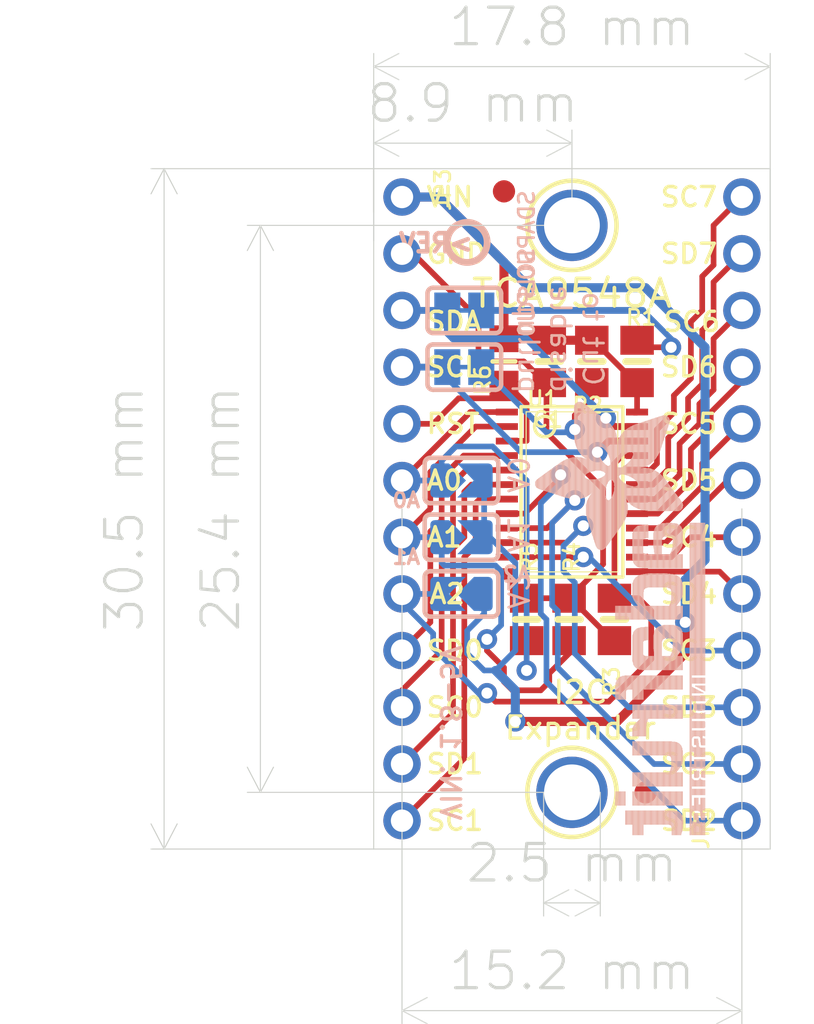
<source format=kicad_pcb>
(kicad_pcb (version 20211014) (generator pcbnew)
  (layers (0 "F.Cu" signal) (31 "B.Cu" signal) (34 "B.Paste" user) (35 "F.Paste" user) (36 "B.SilkS" user "B.Silkscreen") (37 "F.SilkS" user "F.Silkscreen") (38 "B.Mask" user) (39 "F.Mask" user) (44 "Edge.Cuts" user))
  (net 0 "")
  (net 1 "INPUTSDA")
  (net 2 "INPUTSCL")
  (net 3 "VCC")
  (net 4 "N$3")
  (net 5 "N$4")
  (net 6 "RESET")
  (net 7 "A2")
  (net 8 "A1")
  (net 9 "A0")
  (net 10 "GND")
  (net 11 "0SDA")
  (net 12 "0SCL")
  (net 13 "1SDA")
  (net 14 "1SCL")
  (net 15 "2SDA")
  (net 16 "2SCL")
  (net 17 "3SDA")
  (net 18 "3SCL")
  (net 19 "4SDA")
  (net 20 "4SCL")
  (net 21 "5SDA")
  (net 22 "5SCL")
  (net 23 "6SDA")
  (net 24 "6SCL")
  (net 25 "7SDA")
  (net 26 "7SCL")
  (footprint "boardEagle:MOUNTINGHOLE_2.5_PLATED" (layer "F.Cu") (at 148.5011 92.3036)
    (fp_text reference "U$5" hide)
    (fp_text value "MOUNTINGHOLE2.5" hide)
    (pad "P$1" thru_hole circle (at 0 0) (size 3.2 3.2) (drill 2.5) (layers *.Cu *.Mask))
  )
  (footprint "boardEagle:TSSOP24" (layer "F.Cu") (at 148.5011 104.2416 -90)
    (fp_text reference "U1" (at -4.1656 2.0828) (layer "F.SilkS") (effects (font (size 0.692831 0.692831) (thickness 0.119969)) (justify left)))
    (fp_text value " TCA9548APWR")
    (pad "1" smd rect (at -3.575 2.9178 270) (size 0.3048 0.9906) (layers "F.Cu" "F.Paste" "F.Mask") (net 9 "A0"))
    (pad "2" smd rect (at -2.925 2.9178 270) (size 0.3048 0.9906) (layers "F.Cu" "F.Paste" "F.Mask") (net 8 "A1"))
    (pad "3" smd rect (at -2.275 2.9178 270) (size 0.3048 0.9906) (layers "F.Cu" "F.Paste" "F.Mask") (net 6 "RESET"))
    (pad "4" smd rect (at -1.625 2.9178 270) (size 0.3048 0.9906) (layers "F.Cu" "F.Paste" "F.Mask") (net 11 "0SDA"))
    (pad "5" smd rect (at -0.975 2.9178 270) (size 0.3048 0.9906) (layers "F.Cu" "F.Paste" "F.Mask") (net 12 "0SCL"))
    (pad "6" smd rect (at -0.325 2.9178 270) (size 0.3048 0.9906) (layers "F.Cu" "F.Paste" "F.Mask") (net 13 "1SDA"))
    (pad "7" smd rect (at 0.325 2.9178 270) (size 0.3048 0.9906) (layers "F.Cu" "F.Paste" "F.Mask") (net 14 "1SCL"))
    (pad "8" smd rect (at 0.975 2.9178 270) (size 0.3048 0.9906) (layers "F.Cu" "F.Paste" "F.Mask") (net 15 "2SDA"))
    (pad "9" smd rect (at 1.625 2.9178 270) (size 0.3048 0.9906) (layers "F.Cu" "F.Paste" "F.Mask") (net 16 "2SCL"))
    (pad "10" smd rect (at 2.275 2.9178 270) (size 0.3048 0.9906) (layers "F.Cu" "F.Paste" "F.Mask") (net 17 "3SDA"))
    (pad "11" smd rect (at 2.925 2.9178 270) (size 0.3048 0.9906) (layers "F.Cu" "F.Paste" "F.Mask") (net 18 "3SCL"))
    (pad "12" smd rect (at 3.575 2.9178 270) (size 0.3048 0.9906) (layers "F.Cu" "F.Paste" "F.Mask") (net 10 "GND"))
    (pad "13" smd rect (at 3.575 -2.9178 270) (size 0.3048 0.9906) (layers "F.Cu" "F.Paste" "F.Mask") (net 19 "4SDA"))
    (pad "14" smd rect (at 2.925 -2.9178 270) (size 0.3048 0.9906) (layers "F.Cu" "F.Paste" "F.Mask") (net 20 "4SCL"))
    (pad "15" smd rect (at 2.275 -2.9178 270) (size 0.3048 0.9906) (layers "F.Cu" "F.Paste" "F.Mask") (net 21 "5SDA"))
    (pad "16" smd rect (at 1.625 -2.9178 270) (size 0.3048 0.9906) (layers "F.Cu" "F.Paste" "F.Mask") (net 22 "5SCL"))
    (pad "17" smd rect (at 0.975 -2.9178 270) (size 0.3048 0.9906) (layers "F.Cu" "F.Paste" "F.Mask") (net 23 "6SDA"))
    (pad "18" smd rect (at 0.325 -2.9178 270) (size 0.3048 0.9906) (layers "F.Cu" "F.Paste" "F.Mask") (net 24 "6SCL"))
    (pad "19" smd rect (at -0.325 -2.9178 270) (size 0.3048 0.9906) (layers "F.Cu" "F.Paste" "F.Mask") (net 25 "7SDA"))
    (pad "20" smd rect (at -0.975 -2.9178 270) (size 0.3048 0.9906) (layers "F.Cu" "F.Paste" "F.Mask") (net 26 "7SCL"))
    (pad "21" smd rect (at -1.625 -2.9178 270) (size 0.3048 0.9906) (layers "F.Cu" "F.Paste" "F.Mask") (net 7 "A2"))
    (pad "22" smd rect (at -2.275 -2.9178 270) (size 0.3048 0.9906) (layers "F.Cu" "F.Paste" "F.Mask") (net 2 "INPUTSCL"))
    (pad "23" smd rect (at -2.925 -2.9178 270) (size 0.3048 0.9906) (layers "F.Cu" "F.Paste" "F.Mask") (net 1 "INPUTSDA"))
    (pad "24" smd rect (at -3.575 -2.9178 270) (size 0.3048 0.9906) (layers "F.Cu" "F.Paste" "F.Mask") (net 3 "VCC"))
  )
  (footprint "boardEagle:0805-NO" (layer "F.Cu") (at 149.3901 98.3996 90)
    (fp_text reference "R2" (at -1.9685 0.5715) (layer "F.SilkS") (effects (font (size 0.692831 0.692831) (thickness 0.119969)) (justify right)))
    (fp_text value "10K")
    (pad "1" smd rect (at -0.95 0 90) (size 1.3 1.5) (layers "F.Cu" "F.Paste" "F.Mask") (net 4 "N$3"))
    (pad "2" smd rect (at 0.95 0 90) (size 1.3 1.5) (layers "F.Cu" "F.Paste" "F.Mask") (net 3 "VCC"))
  )
  (footprint "boardEagle:1X12_ROUND" (layer "F.Cu") (at 156.1211 105.0036 90)
    (fp_text reference "JP1" (at -15.3162 -1.8288 90) (layer "F.SilkS") (effects (font (size 0.692831 0.692831) (thickness 0.119969)) (justify left)))
    (fp_text value "")
    (pad "1" thru_hole circle (at -13.97 0 180) (size 1.6764 1.6764) (drill 1) (layers *.Cu *.Mask) (net 15 "2SDA"))
    (pad "2" thru_hole circle (at -11.43 0 180) (size 1.6764 1.6764) (drill 1) (layers *.Cu *.Mask) (net 16 "2SCL"))
    (pad "3" thru_hole circle (at -8.89 0 180) (size 1.6764 1.6764) (drill 1) (layers *.Cu *.Mask) (net 17 "3SDA"))
    (pad "4" thru_hole circle (at -6.35 0 180) (size 1.6764 1.6764) (drill 1) (layers *.Cu *.Mask) (net 18 "3SCL"))
    (pad "5" thru_hole circle (at -3.81 0 180) (size 1.6764 1.6764) (drill 1) (layers *.Cu *.Mask) (net 19 "4SDA"))
    (pad "6" thru_hole circle (at -1.27 0 180) (size 1.6764 1.6764) (drill 1) (layers *.Cu *.Mask) (net 20 "4SCL"))
    (pad "7" thru_hole circle (at 1.27 0 180) (size 1.6764 1.6764) (drill 1) (layers *.Cu *.Mask) (net 21 "5SDA"))
    (pad "8" thru_hole circle (at 3.81 0 180) (size 1.6764 1.6764) (drill 1) (layers *.Cu *.Mask) (net 22 "5SCL"))
    (pad "9" thru_hole circle (at 6.35 0 180) (size 1.6764 1.6764) (drill 1) (layers *.Cu *.Mask) (net 23 "6SDA"))
    (pad "10" thru_hole circle (at 8.89 0 180) (size 1.6764 1.6764) (drill 1) (layers *.Cu *.Mask) (net 24 "6SCL"))
    (pad "11" thru_hole circle (at 11.43 0 180) (size 1.6764 1.6764) (drill 1) (layers *.Cu *.Mask) (net 25 "7SDA"))
    (pad "12" thru_hole circle (at 13.97 0 180) (size 1.6764 1.6764) (drill 1) (layers *.Cu *.Mask) (net 26 "7SCL"))
  )
  (footprint "boardEagle:0805-NO" (layer "F.Cu") (at 150.4061 109.9566 -90)
    (fp_text reference "R3" (at 2.032 0.127 90) (layer "F.SilkS") (effects (font (size 0.692831 0.692831) (thickness 0.119969)) (justify right)))
    (fp_text value "10K")
    (pad "1" smd rect (at -0.95 0 270) (size 1.3 1.5) (layers "F.Cu" "F.Paste" "F.Mask") (net 7 "A2"))
    (pad "2" smd rect (at 0.95 0 270) (size 1.3 1.5) (layers "F.Cu" "F.Paste" "F.Mask") (net 10 "GND"))
  )
  (footprint "boardEagle:FIDUCIAL_1MM" (layer "F.Cu") (at 145.4531 90.7796)
    (fp_text reference "FID1" hide)
    (fp_text value "FIDUCIAL\"\"" hide)
    (pad "1" smd roundrect (at 0 0) (size 1 1) (layers "F.Cu" "F.Mask") (roundrect_rratio 0.5))
  )
  (footprint "boardEagle:0805-NO" (layer "F.Cu") (at 148.3741 109.9566 90)
    (fp_text reference "R4" (at 2.032 0.127 90) (layer "F.SilkS") (effects (font (size 0.692831 0.692831) (thickness 0.119969)) (justify left)))
    (fp_text value "10K")
    (pad "1" smd rect (at -0.95 0 90) (size 1.3 1.5) (layers "F.Cu" "F.Paste" "F.Mask") (net 8 "A1"))
    (pad "2" smd rect (at 0.95 0 90) (size 1.3 1.5) (layers "F.Cu" "F.Paste" "F.Mask") (net 10 "GND"))
  )
  (footprint "boardEagle:FIDUCIAL_1MM" (layer "F.Cu") (at 151.8031 117.7036)
    (fp_text reference "FID3" hide)
    (fp_text value "FIDUCIAL\"\"" hide)
    (pad "1" smd roundrect (at 0 0) (size 1 1) (layers "F.Cu" "F.Mask") (roundrect_rratio 0.5))
  )
  (footprint "boardEagle:1X12_ROUND" (layer "F.Cu") (at 140.8811 105.0036 -90)
    (fp_text reference "JP3" (at -15.3162 -1.8288 90) (layer "F.SilkS") (effects (font (size 0.692831 0.692831) (thickness 0.119969)) (justify right)))
    (fp_text value "")
    (pad "1" thru_hole circle (at -13.97 0) (size 1.6764 1.6764) (drill 1) (layers *.Cu *.Mask) (net 3 "VCC"))
    (pad "2" thru_hole circle (at -11.43 0) (size 1.6764 1.6764) (drill 1) (layers *.Cu *.Mask) (net 10 "GND"))
    (pad "3" thru_hole circle (at -8.89 0) (size 1.6764 1.6764) (drill 1) (layers *.Cu *.Mask) (net 1 "INPUTSDA"))
    (pad "4" thru_hole circle (at -6.35 0) (size 1.6764 1.6764) (drill 1) (layers *.Cu *.Mask) (net 2 "INPUTSCL"))
    (pad "5" thru_hole circle (at -3.81 0) (size 1.6764 1.6764) (drill 1) (layers *.Cu *.Mask) (net 6 "RESET"))
    (pad "6" thru_hole circle (at -1.27 0) (size 1.6764 1.6764) (drill 1) (layers *.Cu *.Mask) (net 9 "A0"))
    (pad "7" thru_hole circle (at 1.27 0) (size 1.6764 1.6764) (drill 1) (layers *.Cu *.Mask) (net 8 "A1"))
    (pad "8" thru_hole circle (at 3.81 0) (size 1.6764 1.6764) (drill 1) (layers *.Cu *.Mask) (net 7 "A2"))
    (pad "9" thru_hole circle (at 6.35 0) (size 1.6764 1.6764) (drill 1) (layers *.Cu *.Mask) (net 11 "0SDA"))
    (pad "10" thru_hole circle (at 8.89 0) (size 1.6764 1.6764) (drill 1) (layers *.Cu *.Mask) (net 12 "0SCL"))
    (pad "11" thru_hole circle (at 11.43 0) (size 1.6764 1.6764) (drill 1) (layers *.Cu *.Mask) (net 13 "1SDA"))
    (pad "12" thru_hole circle (at 13.97 0) (size 1.6764 1.6764) (drill 1) (layers *.Cu *.Mask) (net 14 "1SCL"))
  )
  (footprint "boardEagle:0805-NO" (layer "F.Cu") (at 146.4691 109.9566 90)
    (fp_text reference "R5" (at 2.032 0.127 90) (layer "F.SilkS") (effects (font (size 0.692831 0.692831) (thickness 0.119969)) (justify left)))
    (fp_text value "10K")
    (pad "1" smd rect (at -0.95 0 90) (size 1.3 1.5) (layers "F.Cu" "F.Paste" "F.Mask") (net 9 "A0"))
    (pad "2" smd rect (at 0.95 0 90) (size 1.3 1.5) (layers "F.Cu" "F.Paste" "F.Mask") (net 10 "GND"))
  )
  (footprint "boardEagle:_0805MP" (layer "F.Cu") (at 145.4531 98.3996 90)
    (fp_text reference "R6" (at -1.5875 -0.9525 90) (layer "F.SilkS") (effects (font (size 0.692831 0.692831) (thickness 0.119969)) (justify left)))
    (fp_text value "10K")
    (pad "1" smd rect (at -1.016 0 90) (size 1.2 1.3) (layers "F.Cu" "F.Paste" "F.Mask") (net 6 "RESET"))
    (pad "2" smd rect (at 1.016 0 90) (size 1.2 1.3) (layers "F.Cu" "F.Paste" "F.Mask") (net 3 "VCC"))
  )
  (footprint "boardEagle:0805-NO" (layer "F.Cu") (at 147.4851 98.3996 -90)
    (fp_text reference "C1" (at 2.6035 0.8255) (layer "F.SilkS") (effects (font (size 0.692831 0.692831) (thickness 0.119969)) (justify left)))
    (fp_text value "10uF")
    (pad "1" smd rect (at -0.95 0 270) (size 1.3 1.5) (layers "F.Cu" "F.Paste" "F.Mask") (net 3 "VCC"))
    (pad "2" smd rect (at 0.95 0 270) (size 1.3 1.5) (layers "F.Cu" "F.Paste" "F.Mask") (net 10 "GND"))
  )
  (footprint "boardEagle:0805-NO" (layer "F.Cu") (at 151.4221 98.3996 -90)
    (fp_text reference "R1" (at -1.9685 0.5715) (layer "F.SilkS") (effects (font (size 0.692831 0.692831) (thickness 0.119969)) (justify left)))
    (fp_text value "10K")
    (pad "1" smd rect (at -0.95 0 270) (size 1.3 1.5) (layers "F.Cu" "F.Paste" "F.Mask") (net 5 "N$4"))
    (pad "2" smd rect (at 0.95 0 270) (size 1.3 1.5) (layers "F.Cu" "F.Paste" "F.Mask") (net 3 "VCC"))
  )
  (footprint "boardEagle:MOUNTINGHOLE_2.5_PLATED" (layer "F.Cu") (at 148.5011 117.7036)
    (fp_text reference "U$4" hide)
    (fp_text value "MOUNTINGHOLE2.5" hide)
    (pad "P$1" thru_hole circle (at 0 0) (size 3.2 3.2) (drill 2.5) (layers *.Cu *.Mask))
  )
  (footprint "boardEagle:SOLDERJUMPER_CLOSEDWIRE" (layer "B.Cu") (at 143.6751 96.1136)
    (fp_text reference "SDAPU0" (at 2.794 -1.27 -90) (layer "B.SilkS") (effects (font (size 0.692831 0.692831) (thickness 0.119969)) (justify right mirror)))
    (fp_text value "")
    (pad "1" smd rect (at -0.762 0) (size 1.1684 1.6002) (layers "B.Cu" "B.Mask") (net 1 "INPUTSDA"))
    (pad "2" smd rect (at 0.762 0) (size 1.1684 1.6002) (layers "B.Cu" "B.Mask") (net 5 "N$4"))
    (pad "WIRE" smd rect (at 0 0) (size 0.635 0.2032) (layers "B.Cu" "B.Mask"))
  )
  (footprint "boardEagle:SOLDERJUMPER_ARROW_NOPASTE" (layer "B.Cu") (at 143.5481 103.7336)
    (fp_text reference "A0" (at -1.778 1.27 180) (layer "B.SilkS") (effects (font (size 0.666496 0.666496) (thickness 0.146304)) (justify left bottom mirror)))
    (fp_text value "")
    (fp_poly (pts (xy 1.1684 -0.762) (xy -0.186831 -0.762) (xy 0.548892 0) (xy -0.186831 0.762) (xy 1.1684 0.762)) (layer "B.Cu") (width 0) (fill solid))
    (fp_poly (pts (xy 0.201021 0) (xy -0.560979 -0.762) (xy -1.1684 -0.762) (xy -1.1684 0.762) (xy -0.560979 0.762)) (layer "B.Cu") (width 0) (fill solid))
    (pad "1" smd roundrect (at -1.016 0) (size 0.762 1.524) (layers "B.Cu") (net 9 "A0"))
    (pad "2" smd roundrect (at 1.016 0) (size 0.762 1.524) (layers "B.Cu") (net 3 "VCC"))
  )
  (footprint "boardEagle:SOLDERJUMPER_ARROW_NOPASTE" (layer "B.Cu") (at 143.5481 106.2736)
    (fp_text reference "A1" (at -1.778 1.27 180) (layer "B.SilkS") (effects (font (size 0.666496 0.666496) (thickness 0.146304)) (justify left bottom mirror)))
    (fp_text value "")
    (fp_poly (pts (xy 0.201021 0) (xy -0.560979 -0.762) (xy -1.1684 -0.762) (xy -1.1684 0.762) (xy -0.560979 0.762)) (layer "B.Cu") (width 0) (fill solid))
    (fp_poly (pts (xy 1.1684 -0.762) (xy -0.186831 -0.762) (xy 0.548892 0) (xy -0.186831 0.762) (xy 1.1684 0.762)) (layer "B.Cu") (width 0) (fill solid))
    (pad "1" smd roundrect (at -1.016 0) (size 0.762 1.524) (layers "B.Cu") (net 8 "A1"))
    (pad "2" smd roundrect (at 1.016 0) (size 0.762 1.524) (layers "B.Cu") (net 3 "VCC"))
  )
  (footprint "boardEagle:ADAFRUIT_TEXT_20MM" (layer "B.Cu") (at 154.4701 100.0506 -90)
    (fp_text reference "U$7" hide)
    (fp_text value "" hide)
  )
  (footprint "boardEagle:SOLDERJUMPER_ARROW_NOPASTE" (layer "B.Cu") (at 143.5481 108.8136 180)
    (fp_text reference "A2" (at -1.778 1.27) (layer "B.SilkS") (effects (font (size 0.666496 0.666496) (thickness 0.146304)) (justify right top mirror)))
    (fp_text value "")
    (fp_poly (pts (xy 1.1684 -0.762) (xy -0.186831 -0.762) (xy 0.548892 0) (xy -0.186831 0.762) (xy 1.1684 0.762)) (layer "B.Cu") (width 0) (fill solid))
    (fp_poly (pts (xy 0.201021 0) (xy -0.560979 -0.762) (xy -1.1684 -0.762) (xy -1.1684 0.762) (xy -0.560979 0.762)) (layer "B.Cu") (width 0) (fill solid))
    (pad "1" smd roundrect (at -1.016 0 180) (size 0.762 1.524) (layers "B.Cu") (net 3 "VCC"))
    (pad "2" smd roundrect (at 1.016 0 180) (size 0.762 1.524) (layers "B.Cu") (net 7 "A2"))
  )
  (footprint "boardEagle:SOLDERJUMPER_CLOSEDWIRE" (layer "B.Cu") (at 143.6751 98.6536)
    (fp_text reference "SCLPU0" (at 2.794 -1.27 -90) (layer "B.SilkS") (effects (font (size 0.692831 0.692831) (thickness 0.119969)) (justify right mirror)))
    (fp_text value "")
    (pad "1" smd rect (at -0.762 0) (size 1.1684 1.6002) (layers "B.Cu" "B.Mask") (net 2 "INPUTSCL"))
    (pad "2" smd rect (at 0.762 0) (size 1.1684 1.6002) (layers "B.Cu" "B.Mask") (net 4 "N$3"))
    (pad "WIRE" smd rect (at 0 0) (size 0.635 0.2032) (layers "B.Cu" "B.Mask"))
  )
  (footprint "boardEagle:PCBFEAT-REV-040" (layer "B.Cu") (at 143.8021 93.0656 180)
    (fp_text reference "U$6" hide)
    (fp_text value "" hide)
    (fp_text user ">REV" (at -0.3556 -0.508) (layer "B.SilkS") (effects (font (size 0.8128 0.8128) (thickness 0.2032)) (justify left bottom mirror)))
  )
  (gr_line (start 139.6111 120.2436) (end 139.6111 89.7636) (layer "Edge.Cuts") (width 0.05))
  (gr_line (start 139.6111 89.7636) (end 157.3911 89.7636) (layer "Edge.Cuts") (width 0.05))
  (gr_line (start 157.3911 120.2436) (end 139.6111 120.2436) (layer "Edge.Cuts") (width 0.05))
  (gr_line (start 157.3911 89.7636) (end 157.3911 120.2436) (layer "Edge.Cuts") (width 0.05))
  (gr_text "VIN: 1.8-5V" (at 143.0401 115.0366 -90) (layer "B.SilkS") (effects (font (size 0.8636 0.8636) (thickness 0.1524)) (justify mirror)))
  (gr_text "Cut to\ndisable\npullups" (at 147.9931 97.3836 -90) (layer "B.SilkS") (effects (font (size 0.89408 0.89408) (thickness 0.12192)) (justify mirror)))
  (gr_text "A2" (at 146.5961 107.7976 -90) (layer "B.SilkS") (effects (font (size 0.89408 0.89408) (thickness 0.12192)) (justify right top mirror)))
  (gr_text "A0" (at 146.5961 102.5906 -90) (layer "B.SilkS") (effects (font (size 0.89408 0.89408) (thickness 0.12192)) (justify right top mirror)))
  (gr_text "A1" (at 146.5961 105.2576 -90) (layer "B.SilkS") (effects (font (size 0.89408 0.89408) (thickness 0.12192)) (justify right top mirror)))
  (gr_text "SD2" (at 155.1051 118.9736) (layer "F.SilkS") (effects (font (size 0.8636 0.8636) (thickness 0.1524)) (justify right)))
  (gr_text "A2" (at 142.0241 108.8136) (layer "F.SilkS") (effects (font (size 0.8636 0.8636) (thickness 0.1524)) (justify left)))
  (gr_text "A1" (at 141.8971 106.2736) (layer "F.SilkS") (effects (font (size 0.8636 0.8636) (thickness 0.1524)) (justify left)))
  (gr_text "SD5" (at 155.1051 103.7336) (layer "F.SilkS") (effects (font (size 0.8636 0.8636) (thickness 0.1524)) (justify right)))
  (gr_text "SD4" (at 155.1051 108.8136) (layer "F.SilkS") (effects (font (size 0.8636 0.8636) (thickness 0.1524)) (justify right)))
  (gr_text "SD0" (at 141.8971 111.3536) (layer "F.SilkS") (effects (font (size 0.8636 0.8636) (thickness 0.1524)) (justify left)))
  (gr_text "SCL" (at 141.8971 98.6536) (layer "F.SilkS") (effects (font (size 0.8636 0.8636) (thickness 0.1524)) (justify left)))
  (gr_text "SC4" (at 155.1051 106.2736) (layer "F.SilkS") (effects (font (size 0.8636 0.8636) (thickness 0.1524)) (justify right)))
  (gr_text "SC5" (at 155.1051 101.1936) (layer "F.SilkS") (effects (font (size 0.8636 0.8636) (thickness 0.1524)) (justify right)))
  (gr_text "SC6" (at 155.2321 96.6216) (layer "F.SilkS") (effects (font (size 0.8636 0.8636) (thickness 0.1524)) (justify right)))
  (gr_text "SC3" (at 155.1051 111.3536) (layer "F.SilkS") (effects (font (size 0.8636 0.8636) (thickness 0.1524)) (justify right)))
  (gr_text "RST" (at 141.8971 101.1936) (layer "F.SilkS") (effects (font (size 0.8636 0.8636) (thickness 0.1524)) (justify left)))
  (gr_text "SD3" (at 155.1051 113.8936) (layer "F.SilkS") (effects (font (size 0.8636 0.8636) (thickness 0.1524)) (justify right)))
  (gr_text "A0" (at 141.8971 103.7336) (layer "F.SilkS") (effects (font (size 0.8636 0.8636) (thickness 0.1524)) (justify left)))
  (gr_text "SC2" (at 155.1051 116.4336) (layer "F.SilkS") (effects (font (size 0.8636 0.8636) (thickness 0.1524)) (justify right)))
  (gr_text "SD6" (at 155.1051 98.6536) (layer "F.SilkS") (effects (font (size 0.8636 0.8636) (thickness 0.1524)) (justify right)))
  (gr_text "SC1" (at 141.8971 118.9736) (layer "F.SilkS") (effects (font (size 0.8636 0.8636) (thickness 0.1524)) (justify left)))
  (gr_text "SC7" (at 155.1051 91.0336) (layer "F.SilkS") (effects (font (size 0.8636 0.8636) (thickness 0.1524)) (justify right)))
  (gr_text "VIN" (at 141.8971 91.0336) (layer "F.SilkS") (effects (font (size 0.8636 0.8636) (thickness 0.1524)) (justify left)))
  (gr_text "SC0" (at 141.8971 113.8936) (layer "F.SilkS") (effects (font (size 0.8636 0.8636) (thickness 0.1524)) (justify left)))
  (gr_text "SD7" (at 155.1051 93.5736) (layer "F.SilkS") (effects (font (size 0.8636 0.8636) (thickness 0.1524)) (justify right)))
  (gr_text "SD1" (at 141.8971 116.4336) (layer "F.SilkS") (effects (font (size 0.8636 0.8636) (thickness 0.1524)) (justify left)))
  (gr_text "TCA9548A" (at 148.5011 95.3516) (layer "F.SilkS") (effects (font (size 1.22936 1.22936) (thickness 0.16764))))
  (gr_text "I2C\nExpander" (at 148.8821 114.0206) (layer "F.SilkS") (effects (font (size 0.99441 0.99441) (thickness 0.14859))))
  (gr_text "GND" (at 141.8971 93.5736) (layer "F.SilkS") (effects (font (size 0.8636 0.8636) (thickness 0.1524)) (justify left)))
  (gr_text "SDA" (at 141.8971 96.6216) (layer "F.SilkS") (effects (font (size 0.8636 0.8636) (thickness 0.1524)) (justify left)))
  (dimension (type aligned) (layer "Edge.Cuts") (pts (xy 148.5011 117.7036) (xy 148.5011 92.3036)) (height -13.97) (gr_text "25.4 mm" (at 132.7531 105.0036 90) (layer "Edge.Cuts") (effects (font (size 1.63576 1.63576) (thickness 0.14224)))) (format (units 2) (units_format 1) (precision 1)) (style (thickness 0.05) (arrow_length 1.27) (text_position_mode 0) (extension_height 0.58642) (extension_offset 0) keep_text_aligned))
  (dimension (type aligned) (layer "Edge.Cuts") (pts (xy 139.6111 120.2436) (xy 139.6111 89.7636)) (height -9.398) (gr_text "30.5 mm" (at 128.4351 105.0036 90) (layer "Edge.Cuts") (effects (font (size 1.63576 1.63576) (thickness 0.14224)))) (format (units 2) (units_format 1) (precision 1)) (style (thickness 0.05) (arrow_length 1.27) (text_position_mode 0) (extension_height 0.58642) (extension_offset 0) keep_text_aligned))
  (dimension (type aligned) (layer "Edge.Cuts") (pts (xy 140.8811 105.0036) (xy 156.1211 105.0036)) (height 22.479) (gr_text "15.2 mm" (at 148.5011 125.7046) (layer "Edge.Cuts") (effects (font (size 1.63576 1.63576) (thickness 0.14224)))) (format (units 2) (units_format 1) (precision 1)) (style (thickness 0.05) (arrow_length 1.27) (text_position_mode 0) (extension_height 0.58642) (extension_offset 0) keep_text_aligned))
  (dimension (type aligned) (layer "Edge.Cuts") (pts (xy 139.6111 91.7321) (xy 148.5011 91.7321)) (height -3.1115) (gr_text "8.9 mm" (at 144.0561 86.8426) (layer "Edge.Cuts") (effects (font (size 1.63576 1.63576) (thickness 0.14224)))) (format (units 2) (units_format 1) (precision 1)) (style (thickness 0.05) (arrow_length 1.27) (text_position_mode 0) (extension_height 0.58642) (extension_offset 0) keep_text_aligned))
  (dimension (type aligned) (layer "Edge.Cuts") (pts (xy 139.6111 93.0021) (xy 157.3911 93.0021)) (height -7.8105) (gr_text "17.8 mm" (at 148.5011 83.4136) (layer "Edge.Cuts") (effects (font (size 1.63576 1.63576) (thickness 0.14224)))) (format (units 2) (units_format 1) (precision 1)) (style (thickness 0.05) (arrow_length 1.27) (text_position_mode 0) (extension_height 0.58642) (extension_offset 0) keep_text_aligned))
  (dimension (type aligned) (layer "Edge.Cuts") (pts (xy 147.2311 117.7036) (xy 149.7711 117.7036)) (height 4.953) (gr_text "2.5 mm" (at 148.5011 120.8786) (layer "Edge.Cuts") (effects (font (size 1.63576 1.63576) (thickness 0.14224)))) (format (units 2) (units_format 1) (precision 1)) (style (thickness 0.05) (arrow_length 1.27) (text_position_mode 0) (extension_height 0.58642) (extension_offset 0) keep_text_aligned))
  (segment (start 151.4189 101.3166) (end 150.4021 101.3166) (width 0.3048) (layer "F.Cu") (net 1))
  (segment (start 150.4021 101.3166) (end 150.0251 100.9396) (width 0.3048) (layer "F.Cu") (net 1))
  (via (at 150.0251 100.9396) (size 0.9064) (drill 0.5) (layers "F.Cu" "B.Cu") (net 1))
  (segment (start 150.0251 100.9396) (end 146.4691 97.3836) (width 0.3048) (layer "B.Cu") (net 1))
  (segment (start 142.9131 96.1136) (end 140.8811 96.1136) (width 0.3048) (layer "B.Cu") (net 1))
  (segment (start 142.9131 97.1296) (end 142.9131 96.1136) (width 0.3048) (layer "B.Cu") (net 1))
  (segment (start 146.4691 97.3836) (end 143.1671 97.3836) (width 0.3048) (layer "B.Cu") (net 1))
  (segment (start 143.1671 97.3836) (end 142.9131 97.1296) (width 0.3048) (layer "B.Cu") (net 1))
  (segment (start 150.1411 101.9666) (end 149.6441 102.4636) (width 0.3048) (layer "F.Cu") (net 2))
  (segment (start 151.4189 101.9666) (end 150.1411 101.9666) (width 0.3048) (layer "F.Cu") (net 2))
  (via (at 149.6441 102.4636) (size 0.9064) (drill 0.5) (layers "F.Cu" "B.Cu") (net 2))
  (segment (start 142.9131 98.6536) (end 142.9131 99.1616) (width 0.254) (layer "B.Cu") (net 2))
  (segment (start 142.9131 98.6536) (end 140.8811 98.6536) (width 0.3048) (layer "B.Cu") (net 2))
  (segment (start 146.2151 102.4636) (end 149.6441 102.4636) (width 0.254) (layer "B.Cu") (net 2))
  (segment (start 142.9131 99.1616) (end 146.2151 102.4636) (width 0.254) (layer "B.Cu") (net 2))
  (segment (start 151.4221 100.6634) (end 151.4221 99.3496) (width 0.254) (layer "F.Cu") (net 3))
  (segment (start 151.3561 99.3496) (end 151.4221 99.3496) (width 0.254) (layer "F.Cu") (net 3))
  (segment (start 153.5811 110.0836) (end 153.5811 111.4806) (width 0.4064) (layer "F.Cu") (net 3))
  (segment (start 151.4189 99.3528) (end 151.4221 99.3496) (width 0.254) (layer "F.Cu") (net 3))
  (segment (start 145.4531 97.3836) (end 145.4531 93.9546) (width 0.4064) (layer "F.Cu") (net 3))
  (segment (start 150.5331 114.5286) (end 145.9611 114.5286) (width 0.4064) (layer "F.Cu") (net 3))
  (segment (start 145.4531 93.9546) (end 142.5321 91.0336) (width 0.4064) (layer "F.Cu") (net 3))
  (segment (start 151.4189 100.6666) (end 151.2761 100.6666) (width 0.3048) (layer "F.Cu") (net 3))
  (segment (start 149.3901 97.4496) (end 147.4851 97.4496) (width 0.4064) (layer "F.Cu") (net 3))
  (segment (start 149.3901 97.4496) (end 149.4561 97.4496) (width 0.254) (layer "F.Cu") (net 3))
  (segment (start 147.4191 97.3836) (end 147.4851 97.4496) (width 0.254) (layer "F.Cu") (net 3))
  (segment (start 149.4561 97.4496) (end 151.3561 99.3496) (width 0.254) (layer "F.Cu") (net 3))
  (segment (start 153.5811 111.4806) (end 150.5331 114.5286) (width 0.4064) (layer "F.Cu") (net 3))
  (segment (start 142.5321 91.0336) (end 140.8811 91.0336) (width 0.4064) (layer "F.Cu") (net 3))
  (segment (start 151.4189 100.6666) (end 151.4221 100.6634) (width 0.254) (layer "F.Cu") (net 3))
  (segment (start 145.4531 97.3836) (end 147.4191 97.3836) (width 0.4064) (layer "F.Cu") (net 3))
  (via (at 153.5811 110.0836) (size 0.9064) (drill 0.5) (layers "F.Cu" "B.Cu") (net 3))
  (via (at 145.9611 114.5286) (size 0.9064) (drill 0.5) (layers "F.Cu" "B.Cu") (net 3))
  (segment (start 145.9611 114.5286) (end 145.9611 114.6556) (width 0.254) (layer "B.Cu") (net 3))
  (segment (start 145.9611 107.4166) (end 145.9611 111.3536) (width 0.254) (layer "B.Cu") (net 3))
  (segment (start 144.5641 112.2426) (end 145.0721 112.2426) (width 0.254) (layer "B.Cu") (net 3))
  (segment (start 146.5961 95.0976) (end 151.8031 95.0976) (width 0.4064) (layer "B.Cu") (net 3))
  (segment (start 145.9611 111.3536) (end 145.0721 112.2426) (width 0.254) (layer "B.Cu") (net 3))
  (segment (start 151.8031 95.0976) (end 154.4701 97.7646) (width 0.4064) (layer "B.Cu") (net 3))
  (segment (start 145.9611 113.1316) (end 145.9611 114.5286) (width 0.4064) (layer "B.Cu") (net 3))
  (segment (start 154.4701 97.7646) (end 154.4701 107.2896) (width 0.4064) (layer "B.Cu") (net 3))
  (segment (start 143.8021 110.4646) (end 143.8021 111.4806) (width 0.254) (layer "B.Cu") (net 3))
  (segment (start 145.0721 112.2426) (end 145.9611 113.1316) (width 0.4064) (layer "B.Cu") (net 3))
  (segment (start 144.5641 106.2736) (end 144.8181 106.2736) (width 0.254) (layer "B.Cu") (net 3))
  (segment (start 140.8811 91.0336) (end 142.5321 91.0336) (width 0.4064) (layer "B.Cu") (net 3))
  (segment (start 144.5641 109.7026) (end 143.8021 110.4646) (width 0.254) (layer "B.Cu") (net 3))
  (segment (start 143.8021 111.4806) (end 144.5641 112.2426) (width 0.254) (layer "B.Cu") (net 3))
  (segment (start 144.5641 103.7336) (end 144.5641 106.2736) (width 0.254) (layer "B.Cu") (net 3))
  (segment (start 154.4701 107.2896) (end 153.5811 108.1786) (width 0.4064) (layer "B.Cu") (net 3))
  (segment (start 142.5321 91.0336) (end 146.5961 95.0976) (width 0.4064) (layer "B.Cu") (net 3))
  (segment (start 144.8181 106.2736) (end 145.9611 107.4166) (width 0.254) (layer "B.Cu") (net 3))
  (segment (start 144.5641 108.8136) (end 144.5641 109.7026) (width 0.254) (layer "B.Cu") (net 3))
  (segment (start 153.5811 108.1786) (end 153.5811 110.0836) (width 0.4064) (layer "B.Cu") (net 3))
  (segment (start 149.3901 99.3496) (end 149.3901 100.0506) (width 0.254) (layer "F.Cu") (net 4))
  (segment (start 148.6281 100.8126) (end 148.6281 101.4476) (width 0.254) (layer "F.Cu") (net 4))
  (segment (start 149.3901 100.0506) (end 148.6281 100.8126) (width 0.254) (layer "F.Cu") (net 4))
  (via (at 148.6281 101.4476) (size 0.9064) (drill 0.5) (layers "F.Cu" "B.Cu") (net 4))
  (segment (start 148.5011 101.5746) (end 148.6281 101.4476) (width 0.254) (layer "B.Cu") (net 4))
  (segment (start 147.3581 101.5746) (end 148.5011 101.5746) (width 0.254) (layer "B.Cu") (net 4))
  (segment (start 144.4371 98.6536) (end 147.3581 101.5746) (width 0.254) (layer "B.Cu") (net 4))
  (segment (start 151.7371 97.7646) (end 152.9461 97.7646) (width 0.254) (layer "F.Cu") (net 5))
  (segment (start 151.4221 97.4496) (end 151.7371 97.7646) (width 0.254) (layer "F.Cu") (net 5))
  (via (at 152.9461 97.7646) (size 0.9064) (drill 0.5) (layers "F.Cu" "B.Cu") (net 5))
  (segment (start 151.6761 96.1136) (end 152.9461 97.3836) (width 0.254) (layer "B.Cu") (net 5))
  (segment (start 152.9461 97.3836) (end 152.9461 97.7646) (width 0.254) (layer "B.Cu") (net 5))
  (segment (start 144.4371 96.1136) (end 151.6761 96.1136) (width 0.3048) (layer "B.Cu") (net 5))
  (segment (start 142.2781 101.1936) (end 143.4211 100.0506) (width 0.254) (layer "F.Cu") (net 6))
  (segment (start 146.4691 100.3046) (end 146.4691 101.9556) (width 0.254) (layer "F.Cu") (net 6))
  (segment (start 146.4691 101.9556) (end 145.5943 101.9556) (width 0.254) (layer "F.Cu") (net 6))
  (segment (start 145.5943 101.9556) (end 145.5833 101.9666) (width 0.254) (layer "F.Cu") (net 6))
  (segment (start 145.6411 99.4766) (end 145.5141 99.4766) (width 0.254) (layer "F.Cu") (net 6))
  (segment (start 146.2151 100.0506) (end 145.6411 99.4766) (width 0.254) (layer "F.Cu") (net 6))
  (segment (start 145.5141 99.4766) (end 145.4531 99.4156) (width 0.254) (layer "F.Cu") (net 6))
  (segment (start 143.4211 100.0506) (end 146.2151 100.0506) (width 0.254) (layer "F.Cu") (net 6))
  (segment (start 146.2151 100.0506) (end 146.4691 100.3046) (width 0.254) (layer "F.Cu") (net 6))
  (segment (start 140.8811 101.1936) (end 142.2781 101.1936) (width 0.254) (layer "F.Cu") (net 6))
  (segment (start 152.0571 111.7346) (end 150.1521 113.6396) (width 0.254) (layer "F.Cu") (net 7))
  (segment (start 150.4061 109.0066) (end 151.4881 109.0066) (width 0.254) (layer "F.Cu") (net 7))
  (segment (start 150.4061 102.9716) (end 150.4061 109.0066) (width 0.254) (layer "F.Cu") (net 7))
  (segment (start 151.4189 102.6166) (end 150.7611 102.6166) (width 0.254) (layer "F.Cu") (net 7))
  (segment (start 145.0721 113.6396) (end 144.6911 113.2586) (width 0.254) (layer "F.Cu") (net 7))
  (segment (start 150.7611 102.6166) (end 150.4061 102.9716) (width 0.254) (layer "F.Cu") (net 7))
  (segment (start 151.4881 109.0066) (end 152.0571 109.5756) (width 0.254) (layer "F.Cu") (net 7))
  (segment (start 150.1521 113.6396) (end 145.0721 113.6396) (width 0.254) (layer "F.Cu") (net 7))
  (segment (start 152.0571 109.5756) (end 152.0571 111.7346) (width 0.254) (layer "F.Cu") (net 7))
  (via (at 144.6911 113.2586) (size 0.9064) (drill 0.5) (layers "F.Cu" "B.Cu") (net 7))
  (segment (start 142.2781 111.2266) (end 144.3101 113.2586) (width 0.254) (layer "B.Cu") (net 7))
  (segment (start 142.5321 108.8136) (end 140.8811 108.8136) (width 0.254) (layer "B.Cu") (net 7))
  (segment (start 144.3101 113.2586) (end 144.6911 113.2586) (width 0.254) (layer "B.Cu") (net 7))
  (segment (start 142.2781 110.5916) (end 142.2781 111.2266) (width 0.254) (layer "B.Cu") (net 7))
  (segment (start 140.8811 108.8136) (end 140.8811 109.1946) (width 0.254) (layer "B.Cu") (net 7))
  (segment (start 140.8811 109.1946) (end 142.2781 110.5916) (width 0.254) (layer "B.Cu") (net 7))
  (segment (start 142.1511 103.3526) (end 142.1511 105.0036) (width 0.254) (layer "F.Cu") (net 8))
  (segment (start 147.4851 112.7506) (end 147.1041 113.1316) (width 0.254) (layer "F.Cu") (net 8))
  (segment (start 147.1041 113.1316) (end 145.8341 113.1316) (width 0.254) (layer "F.Cu") (net 8))
  (segment (start 142.1511 105.0036) (end 140.8811 106.2736) (width 0.254) (layer "F.Cu") (net 8))
  (segment (start 145.8341 113.1316) (end 145.4531 112.7506) (width 0.254) (layer "F.Cu") (net 8))
  (segment (start 145.4531 112.1156) (end 144.6911 111.3536) (width 0.254) (layer "F.Cu") (net 8))
  (segment (start 145.4531 112.7506) (end 145.4531 112.1156) (width 0.254) (layer "F.Cu") (net 8))
  (segment (start 144.1871 101.3166) (end 142.1511 103.3526) (width 0.254) (layer "F.Cu") (net 8))
  (segment (start 147.4851 112.3696) (end 147.4851 112.7506) (width 0.254) (layer "F.Cu") (net 8))
  (segment (start 145.5833 101.3166) (end 144.1871 101.3166) (width 0.254) (layer "F.Cu") (net 8))
  (segment (start 144.6911 111.3536) (end 144.6911 110.8456) (width 0.254) (layer "F.Cu") (net 8))
  (segment (start 148.3741 110.9066) (end 148.3741 111.4806) (width 0.254) (layer "F.Cu") (net 8))
  (segment (start 148.3741 111.4806) (end 147.4851 112.3696) (width 0.254) (layer "F.Cu") (net 8))
  (via (at 144.6911 110.8456) (size 0.9064) (drill 0.5) (layers "F.Cu" "B.Cu") (net 8))
  (segment (start 142.5321 106.2736) (end 140.8811 106.2736) (width 0.254) (layer "B.Cu") (net 8))
  (segment (start 145.3261 107.7976) (end 145.0721 107.5436) (width 0.254) (layer "B.Cu") (net 8))
  (segment (start 142.6591 107.4166) (end 142.6591 106.4006) (width 0.254) (layer "B.Cu") (net 8))
  (segment (start 145.3261 110.2106) (end 145.3261 107.7976) (width 0.254) (layer "B.Cu") (net 8))
  (segment (start 142.6591 106.4006) (end 142.5321 106.2736) (width 0.254) (layer "B.Cu") (net 8))
  (segment (start 144.6911 110.8456) (end 145.3261 110.2106) (width 0.254) (layer "B.Cu") (net 8))
  (segment (start 142.7861 107.5436) (end 142.6591 107.4166) (width 0.254) (layer "B.Cu") (net 8))
  (segment (start 145.0721 107.5436) (end 142.7861 107.5436) (width 0.254) (layer "B.Cu") (net 8))
  (segment (start 145.5833 100.6666) (end 143.9481 100.6666) (width 0.254) (layer "F.Cu") (net 9))
  (segment (start 143.9481 100.6666) (end 140.8811 103.7336) (width 0.254) (layer "F.Cu") (net 9))
  (segment (start 146.4691 110.9066) (end 146.4691 112.2426) (width 0.254) (layer "F.Cu") (net 9))
  (via (at 146.4691 112.2426) (size 0.9064) (drill 0.5) (layers "F.Cu" "B.Cu") (net 9))
  (segment (start 142.6591 102.8446) (end 142.6591 103.6066) (width 0.254) (layer "B.Cu") (net 9))
  (segment (start 140.8811 103.7336) (end 142.5321 103.7336) (width 0.254) (layer "B.Cu") (net 9))
  (segment (start 143.2941 102.2096) (end 142.6591 102.8446) (width 0.254) (layer "B.Cu") (net 9))
  (segment (start 146.4691 112.2426) (end 146.4691 103.7336) (width 0.254) (layer "B.Cu") (net 9))
  (segment (start 142.6591 103.6066) (end 142.5321 103.7336) (width 0.254) (layer "B.Cu") (net 9))
  (segment (start 144.9451 102.2096) (end 143.2941 102.2096) (width 0.254) (layer "B.Cu") (net 9))
  (segment (start 146.4691 103.7336) (end 144.9451 102.2096) (width 0.254) (layer "B.Cu") (net 9))
  (segment (start 141.5161 93.7006) (end 141.0081 93.7006) (width 0.254) (layer "F.Cu") (net 10))
  (segment (start 147.3581 101.5746) (end 147.3581 99.4156) (width 0.254) (layer "F.Cu") (net 10))
  (segment (start 147.3581 99.4156) (end 146.3421 98.3996) (width 0.254) (layer "F.Cu") (net 10))
  (segment (start 148.4401 109.0066) (end 150.3401 110.9066) (width 0.254) (layer "F.Cu") (net 10))
  (segment (start 147.3581 99.4156) (end 147.4191 99.4156) (width 0.254) (layer "F.Cu") (net 10))
  (segment (start 148.3741 109.0066) (end 148.4401 109.0066) (width 0.254) (layer "F.Cu") (net 10))
  (segment (start 144.5641 98.3996) (end 144.3101 98.1456) (width 0.254) (layer "F.Cu") (net 10))
  (segment (start 147.4191 99.4156) (end 147.4851 99.3496) (width 0.254) (layer "F.Cu") (net 10))
  (segment (start 146.3421 98.3996) (end 144.5641 98.3996) (width 0.254) (layer "F.Cu") (net 10))
  (segment (start 145.5833 107.8166) (end 145.5833 108.1208) (width 0.254) (layer "F.Cu") (net 10))
  (segment (start 144.3101 96.4946) (end 141.5161 93.7006) (width 0.254) (layer "F.Cu") (net 10))
  (segment (start 149.8981 104.1146) (end 149.8981 107.4826) (width 0.254) (layer "F.Cu") (net 10))
  (segment (start 146.4691 109.0066) (end 148.3741 109.0066) (width 0.254) (layer "F.Cu") (net 10))
  (segment (start 150.3401 110.9066) (end 150.4061 110.9066) (width 0.254) (layer "F.Cu") (net 10))
  (segment (start 149.8981 107.4826) (end 148.3741 109.0066) (width 0.254) (layer "F.Cu") (net 10))
  (segment (start 144.3101 98.1456) (end 144.3101 96.4946) (width 0.254) (layer "F.Cu") (net 10))
  (segment (start 145.5833 108.1208) (end 146.4691 109.0066) (width 0.254) (layer "F.Cu") (net 10))
  (segment (start 141.0081 93.7006) (end 140.8811 93.5736) (width 0.254) (layer "F.Cu") (net 10))
  (segment (start 149.8981 104.1146) (end 147.3581 101.5746) (width 0.254) (layer "F.Cu") (net 10))
  (segment (start 142.6591 105.5116) (end 142.1511 106.0196) (width 0.254) (layer "F.Cu") (net 11))
  (segment (start 142.6591 103.6066) (end 142.6591 105.5116) (width 0.254) (layer "F.Cu") (net 11))
  (segment (start 145.5833 102.6166) (end 143.6491 102.6166) (width 0.254) (layer "F.Cu") (net 11))
  (segment (start 143.6491 102.6166) (end 142.6591 103.6066) (width 0.254) (layer "F.Cu") (net 11))
  (segment (start 142.1511 110.0836) (end 140.8811 111.3536) (width 0.254) (layer "F.Cu") (net 11))
  (segment (start 142.1511 106.0196) (end 142.1511 110.0836) (width 0.254) (layer "F.Cu") (net 11))
  (segment (start 142.6591 106.4006) (end 142.6591 111.3536) (width 0.254) (layer "F.Cu") (net 12))
  (segment (start 140.8811 113.1316) (end 140.8811 113.8936) (width 0.254) (layer "F.Cu") (net 12))
  (segment (start 145.5833 103.2666) (end 143.7611 103.2666) (width 0.254) (layer "F.Cu") (net 12))
  (segment (start 143.7611 103.2666) (end 143.1671 103.8606) (width 0.254) (layer "F.Cu") (net 12))
  (segment (start 143.1671 105.8926) (end 142.6591 106.4006) (width 0.254) (layer "F.Cu") (net 12))
  (segment (start 143.1671 103.8606) (end 143.1671 105.8926) (width 0.254) (layer "F.Cu") (net 12))
  (segment (start 142.6591 111.3536) (end 140.8811 113.1316) (width 0.254) (layer "F.Cu") (net 12))
  (segment (start 143.6751 104.2416) (end 143.6751 106.2736) (width 0.254) (layer "F.Cu") (net 13))
  (segment (start 143.6751 106.2736) (end 143.1671 106.7816) (width 0.254) (layer "F.Cu") (net 13))
  (segment (start 144.0001 103.9166) (end 143.6751 104.2416) (width 0.254) (layer "F.Cu") (net 13))
  (segment (start 143.1671 106.7816) (end 143.1671 114.1476) (width 0.254) (layer "F.Cu") (net 13))
  (segment (start 145.5833 103.9166) (end 144.0001 103.9166) (width 0.254) (layer "F.Cu") (net 13))
  (segment (start 143.1671 114.1476) (end 140.8811 116.4336) (width 0.254) (layer "F.Cu") (net 13))
  (segment (start 144.1831 104.7496) (end 144.1831 106.6546) (width 0.254) (layer "F.Cu") (net 14))
  (segment (start 145.5833 104.5666) (end 144.3661 104.5666) (width 0.254) (layer "F.Cu") (net 14))
  (segment (start 144.3661 104.5666) (end 144.1831 104.7496) (width 0.254) (layer "F.Cu") (net 14))
  (segment (start 144.1831 106.6546) (end 143.6751 107.1626) (width 0.254) (layer "F.Cu") (net 14))
  (segment (start 143.6751 116.1796) (end 140.8811 118.9736) (width 0.254) (layer "F.Cu") (net 14))
  (segment (start 143.6751 107.1626) (end 143.6751 116.1796) (width 0.254) (layer "F.Cu") (net 14))
  (segment (start 145.5833 105.2166) (end 146.3831 105.2166) (width 0.254) (layer "F.Cu") (net 15))
  (segment (start 147.9931 103.6066) (end 147.9931 103.4796) (width 0.254) (layer "F.Cu") (net 15))
  (segment (start 146.3831 105.2166) (end 147.9931 103.6066) (width 0.254) (layer "F.Cu") (net 15))
  (via (at 147.9931 103.4796) (size 0.9064) (drill 0.5) (layers "F.Cu" "B.Cu") (net 15))
  (segment (start 147.9931 103.8606) (end 147.1041 104.7496) (width 0.254) (layer "B.Cu") (net 15))
  (segment (start 147.1041 104.7496) (end 147.1041 109.7026) (width 0.254) (layer "B.Cu") (net 15))
  (segment (start 147.3581 112.7506) (end 153.5811 118.9736) (width 0.254) (layer "B.Cu") (net 15))
  (segment (start 147.1041 109.7026) (end 147.3581 109.9566) (width 0.254) (layer "B.Cu") (net 15))
  (segment (start 147.3581 109.9566) (end 147.3581 112.7506) (width 0.254) (layer "B.Cu") (net 15))
  (segment (start 147.9931 103.4796) (end 147.9931 103.8606) (width 0.254) (layer "B.Cu") (net 15))
  (segment (start 153.5811 118.9736) (end 156.1211 118.9736) (width 0.254) (layer "B.Cu") (net 15))
  (segment (start 145.5833 105.8666) (end 147.3841 105.8666) (width 0.254) (layer "F.Cu") (net 16))
  (segment (start 147.3841 105.8666) (end 148.6281 104.6226) (width 0.254) (layer "F.Cu") (net 16))
  (via (at 148.6281 104.6226) (size 0.9064) (drill 0.5) (layers "F.Cu" "B.Cu") (net 16))
  (segment (start 152.1841 116.4336) (end 156.1211 116.4336) (width 0.254) (layer "B.Cu") (net 16))
  (segment (start 147.8661 112.1156) (end 152.1841 116.4336) (width 0.254) (layer "B.Cu") (net 16))
  (segment (start 147.6121 105.6386) (end 147.6121 109.3216) (width 0.254) (layer "B.Cu") (net 16))
  (segment (start 147.6121 109.3216) (end 147.8661 109.5756) (width 0.254) (layer "B.Cu") (net 16))
  (segment (start 148.6281 104.6226) (end 147.6121 105.6386) (width 0.254) (layer "B.Cu") (net 16))
  (segment (start 147.8661 109.5756) (end 147.8661 112.1156) (width 0.254) (layer "B.Cu") (net 16))
  (segment (start 148.2581 106.5166) (end 149.0091 105.7656) (width 0.254) (layer "F.Cu") (net 17))
  (segment (start 145.5833 106.5166) (end 148.2581 106.5166) (width 0.254) (layer "F.Cu") (net 17))
  (via (at 149.0091 105.7656) (size 0.9064) (drill 0.5) (layers "F.Cu" "B.Cu") (net 17))
  (segment (start 151.0411 113.8936) (end 156.1211 113.8936) (width 0.254) (layer "B.Cu") (net 17))
  (segment (start 148.1201 107.7976) (end 148.6281 108.3056) (width 0.254) (layer "B.Cu") (net 17))
  (segment (start 149.0091 105.7656) (end 148.1201 106.6546) (width 0.254) (layer "B.Cu") (net 17))
  (segment (start 148.1201 106.6546) (end 148.1201 107.7976) (width 0.254) (layer "B.Cu") (net 17))
  (segment (start 148.6281 108.3056) (end 148.6281 111.4806) (width 0.254) (layer "B.Cu") (net 17))
  (segment (start 148.6281 111.4806) (end 151.0411 113.8936) (width 0.254) (layer "B.Cu") (net 17))
  (segment (start 145.5833 107.1666) (end 149.0051 107.1666) (width 0.254) (layer "F.Cu") (net 18))
  (segment (start 149.0051 107.1666) (end 149.0091 107.1626) (width 0.254) (layer "F.Cu") (net 18))
  (via (at 149.0091 107.1626) (size 0.9064) (drill 0.5) (layers "F.Cu" "B.Cu") (net 18))
  (segment (start 149.2631 107.1626) (end 153.4541 111.3536) (width 0.254) (layer "B.Cu") (net 18))
  (segment (start 153.4541 111.3536) (end 156.1211 111.3536) (width 0.254) (layer "B.Cu") (net 18))
  (segment (start 149.0091 107.1626) (end 149.2631 107.1626) (width 0.254) (layer "B.Cu") (net 18))
  (segment (start 155.1241 107.8166) (end 156.1211 108.8136) (width 0.254) (layer "F.Cu") (net 19))
  (segment (start 151.4189 107.8166) (end 155.1241 107.8166) (width 0.254) (layer "F.Cu") (net 19))
  (segment (start 151.4189 107.1666) (end 152.9421 107.1666) (width 0.254) (layer "F.Cu") (net 20))
  (segment (start 153.8351 106.2736) (end 156.1211 106.2736) (width 0.254) (layer "F.Cu") (net 20))
  (segment (start 152.9421 107.1666) (end 153.8351 106.2736) (width 0.254) (layer "F.Cu") (net 20))
  (segment (start 152.7031 106.5166) (end 155.4861 103.7336) (width 0.254) (layer "F.Cu") (net 21))
  (segment (start 155.4861 103.7336) (end 156.1211 103.7336) (width 0.254) (layer "F.Cu") (net 21))
  (segment (start 151.4189 106.5166) (end 152.7031 106.5166) (width 0.254) (layer "F.Cu") (net 21))
  (segment (start 151.4189 105.8666) (end 152.4641 105.8666) (width 0.254) (layer "F.Cu") (net 22))
  (segment (start 154.3431 102.9716) (end 156.1211 101.1936) (width 0.254) (layer "F.Cu") (net 22))
  (segment (start 152.4641 105.8666) (end 154.3431 103.9876) (width 0.254) (layer "F.Cu") (net 22))
  (segment (start 154.3431 103.9876) (end 154.3431 102.9716) (width 0.254) (layer "F.Cu") (net 22))
  (segment (start 156.1211 99.2886) (end 156.1211 98.6536) (width 0.254) (layer "F.Cu") (net 23))
  (segment (start 151.4189 105.2166) (end 152.3521 105.2166) (width 0.254) (layer "F.Cu") (net 23))
  (segment (start 154.7241 100.6856) (end 156.1211 99.2886) (width 0.254) (layer "F.Cu") (net 23))
  (segment (start 153.8351 102.3366) (end 154.7241 101.4476) (width 0.254) (layer "F.Cu") (net 23))
  (segment (start 154.7241 101.4476) (end 154.7241 100.6856) (width 0.254) (layer "F.Cu") (net 23))
  (segment (start 153.8351 103.7336) (end 153.8351 102.3366) (width 0.254) (layer "F.Cu") (net 23))
  (segment (start 152.3521 105.2166) (end 153.8351 103.7336) (width 0.254) (layer "F.Cu") (net 23))
  (segment (start 154.2161 101.1936) (end 154.2161 100.3046) (width 0.254) (layer "F.Cu") (net 24))
  (segment (start 153.3271 102.0826) (end 154.2161 101.1936) (width 0.254) (layer "F.Cu") (net 24))
  (segment (start 153.3271 103.4796) (end 153.3271 102.0826) (width 0.254) (layer "F.Cu") (net 24))
  (segment (start 151.4189 104.5666) (end 152.2401 104.5666) (width 0.254) (layer "F.Cu") (net 24))
  (segment (start 154.8511 97.3836) (end 156.1211 96.1136) (width 0.254) (layer "F.Cu") (net 24))
  (segment (start 154.8511 99.6696) (end 154.8511 97.3836) (width 0.254) (layer "F.Cu") (net 24))
  (segment (start 152.2401 104.5666) (end 153.3271 103.4796) (width 0.254) (layer "F.Cu") (net 24))
  (segment (start 154.2161 100.3046) (end 154.8511 99.6696) (width 0.254) (layer "F.Cu") (net 24))
  (segment (start 152.8191 103.2256) (end 152.8191 101.8286) (width 0.254) (layer "F.Cu") (net 25))
  (segment (start 152.8191 101.8286) (end 153.7081 100.9396) (width 0.254) (layer "F.Cu") (net 25))
  (segment (start 154.3431 97.0026) (end 154.8511 96.4946) (width 0.254) (layer "F.Cu") (net 25))
  (segment (start 152.1281 103.9166) (end 152.8191 103.2256) (width 0.254) (layer "F.Cu") (net 25))
  (segment (start 153.7081 100.9396) (end 153.7081 100.0506) (width 0.254) (layer "F.Cu") (net 25))
  (segment (start 154.8511 94.8436) (end 156.1211 93.5736) (width 0.254) (layer "F.Cu") (net 25))
  (segment (start 151.4189 103.9166) (end 152.1281 103.9166) (width 0.254) (layer "F.Cu") (net 25))
  (segment (start 154.3431 99.4156) (end 154.3431 97.0026) (width 0.254) (layer "F.Cu") (net 25))
  (segment (start 153.7081 100.0506) (end 154.3431 99.4156) (width 0.254) (layer "F.Cu") (net 25))
  (segment (start 154.8511 96.4946) (end 154.8511 94.8436) (width 0.254) (layer "F.Cu") (net 25))
  (segment (start 152.3111 102.9716) (end 152.3111 101.4476) (width 0.254) (layer "F.Cu") (net 26))
  (segment (start 153.0731 99.9236) (end 153.8351 99.1616) (width 0.254) (layer "F.Cu") (net 26))
  (segment (start 154.3431 96.1136) (end 154.3431 94.5896) (width 0.254) (layer "F.Cu") (net 26))
  (segment (start 152.0161 103.2666) (end 152.3111 102.9716) (width 0.254) (layer "F.Cu") (net 26))
  (segment (start 154.3431 94.5896) (end 154.8511 94.0816) (width 0.254) (layer "F.Cu") (net 26))
  (segment (start 153.8351 96.6216) (end 154.3431 96.1136) (width 0.254) (layer "F.Cu") (net 26))
  (segment (start 153.8351 99.1616) (end 153.8351 96.6216) (width 0.254) (layer "F.Cu") (net 26))
  (segment (start 152.3111 101.4476) (end 153.0731 100.6856) (width 0.254) (layer "F.Cu") (net 26))
  (segment (start 153.0731 100.6856) (end 153.0731 99.9236) (width 0.254) (layer "F.Cu") (net 26))
  (segment (start 154.8511 94.0816) (end 154.8511 92.3036) (width 0.254) (layer "F.Cu") (net 26))
  (segment (start 154.8511 92.3036) (end 156.1211 91.0336) (width 0.254) (layer "F.Cu") (net 26))
  (segment (start 151.4189 103.2666) (end 152.0161 103.2666) (width 0.254) (layer "F.Cu") (net 26))
)
</source>
